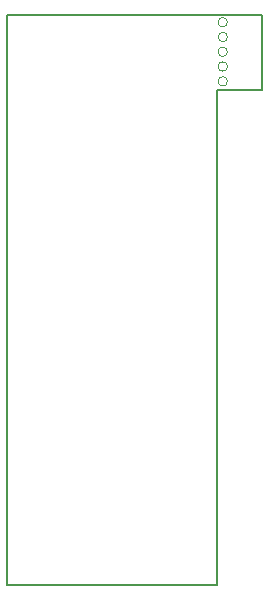
<source format=gbr>
G04 #@! TF.GenerationSoftware,KiCad,Pcbnew,5.1.6+dfsg1-1~bpo9+1*
G04 #@! TF.CreationDate,2020-06-19T12:03:56+02:00*
G04 #@! TF.ProjectId,RF-Arduino-Pro-Mini,52462d41-7264-4756-996e-6f2d50726f2d,rev?*
G04 #@! TF.SameCoordinates,Original*
G04 #@! TF.FileFunction,Profile,NP*
%FSLAX46Y46*%
G04 Gerber Fmt 4.6, Leading zero omitted, Abs format (unit mm)*
G04 Created by KiCad (PCBNEW 5.1.6+dfsg1-1~bpo9+1) date 2020-06-19 12:03:56*
%MOMM*%
%LPD*%
G01*
G04 APERTURE LIST*
G04 #@! TA.AperFunction,Profile*
%ADD10C,0.100000*%
G04 #@! TD*
G04 #@! TA.AperFunction,Profile*
%ADD11C,0.150000*%
G04 #@! TD*
G04 APERTURE END LIST*
D10*
X132942000Y-90717000D02*
G75*
G03*
X132942000Y-90717000I-400000J0D01*
G01*
X132942000Y-89467000D02*
G75*
G03*
X132942000Y-89467000I-400000J0D01*
G01*
X132942000Y-88217000D02*
G75*
G03*
X132942000Y-88217000I-400000J0D01*
G01*
D11*
X135890000Y-85090000D02*
X132080000Y-85090000D01*
X135890000Y-91440000D02*
X135890000Y-85090000D01*
X132080000Y-91440000D02*
X135890000Y-91440000D01*
D10*
X132942000Y-86967000D02*
G75*
G03*
X132942000Y-86967000I-400000J0D01*
G01*
X132942000Y-85717000D02*
G75*
G03*
X132942000Y-85717000I-400000J0D01*
G01*
D11*
X114300000Y-133350000D02*
X132080000Y-133350000D01*
X114300000Y-133350000D02*
X114300000Y-85090000D01*
X132080000Y-91440000D02*
X132080000Y-133350000D01*
X114300000Y-85090000D02*
X132080000Y-85090000D01*
M02*

</source>
